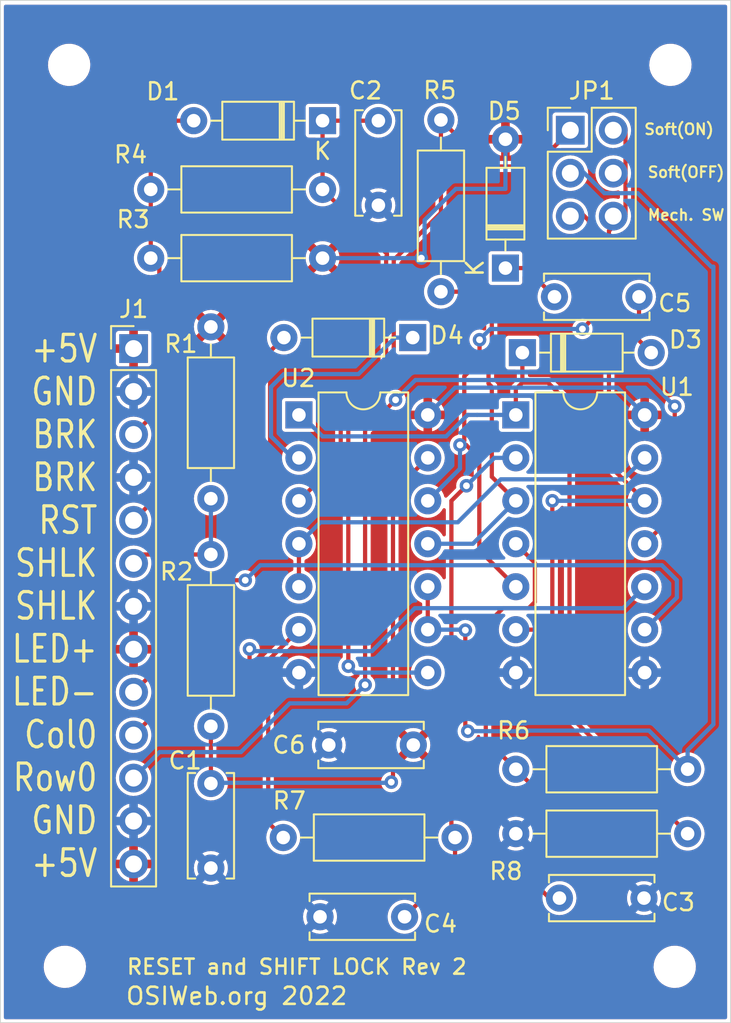
<source format=kicad_pcb>
(kicad_pcb (version 20211014) (generator pcbnew)
  (title_block (title "RESET and SHIFT LOCK") (date "2022-04-07") (rev "2") (company "OSIWeb.org"))
  (layers (0 "F.Cu" signal) (31 "B.Cu" signal) (34 "B.Paste" user) (35 "F.Paste" user) (36 "B.SilkS" user "B.Silkscreen") (37 "F.SilkS" user "F.Silkscreen") (38 "B.Mask" user) (39 "F.Mask" user) (44 "Edge.Cuts" user))
  (net 0 "")
  (net 1 "GND")
  (net 2 "/Break1")
  (net 3 "Row0")
  (net 4 "Net-(JP1-Pad3)")
  (net 5 "ShiftLockLED-")
  (net 6 "/ShiftLock1")
  (net 7 "ShifLockLED+")
  (net 8 "~{RESET}")
  (net 9 "Col0")
  (net 10 "Net-(C1-Pad2)")
  (net 11 "Net-(C2-Pad1)")
  (net 12 "Net-(C3-Pad2)")
  (net 13 "Net-(C4-Pad1)")
  (net 14 "Net-(R5-Pad1)")
  (net 15 "Net-(R7-Pad2)")
  (net 16 "Net-(C5-Pad2)")
  (net 17 "Net-(D3-Pad1)")
  (net 18 "Net-(JP1-Pad2)")
  (net 19 "Net-(JP1-Pad1)")
  (net 20 "Net-(U1-Pad13)")
  (net 21 "Net-(D4-Pad1)")
  (net 22 "Net-(C5-Pad1)")
  (net 23 "Net-(JP1-Pad5)")
  (footprint "Capacitor_THT:C_Disc_D6.0mm_W2.5mm_P5.00mm" (layer "F.Cu") (at 119.126 89.662 90)
    (fp_text reference "C1" (at 6.35 -1.524 180) (layer "F.SilkS"))
    (fp_text value "0.33uF")
    (fp_line (start 5.62 -1.37) (end 5.62 -0.925) (layer "F.SilkS") (width 0.12))
    (fp_line (start 5.62 0.925) (end 5.62 1.37) (layer "F.SilkS") (width 0.12))
    (fp_line (start -0.62 -1.37) (end 5.62 -1.37) (layer "F.SilkS") (width 0.12))
    (fp_line (start -0.62 -1.37) (end -0.62 -0.925) (layer "F.SilkS") (width 0.12))
    (fp_line (start -0.62 0.925) (end -0.62 1.37) (layer "F.SilkS") (width 0.12))
    (fp_line (start -0.62 1.37) (end 5.62 1.37) (layer "F.SilkS") (width 0.12))
    (pad "1" thru_hole circle (at 0 0 90) (size 1.6 1.6) (drill 0.8) (layers *.Cu *.Mask) (net 1 "GND"))
    (pad "2" thru_hole circle (at 5 0 90) (size 1.6 1.6) (drill 0.8) (layers *.Cu *.Mask) (net 10 "Net-(C1-Pad2)"))
  )
  (footprint "Capacitor_THT:C_Disc_D6.0mm_W2.5mm_P5.00mm" (layer "F.Cu") (at 144.74 91.44 180)
    (fp_text reference "C3" (at -2.032 -0.254) (layer "F.SilkS"))
    (fp_text value "0.1uF")
    (fp_line (start -0.62 -1.37) (end 5.62 -1.37) (layer "F.SilkS") (width 0.12))
    (fp_line (start 5.62 -1.37) (end 5.62 -0.925) (layer "F.SilkS") (width 0.12))
    (fp_line (start -0.62 1.37) (end 5.62 1.37) (layer "F.SilkS") (width 0.12))
    (fp_line (start -0.62 0.925) (end -0.62 1.37) (layer "F.SilkS") (width 0.12))
    (fp_line (start -0.62 -1.37) (end -0.62 -0.925) (layer "F.SilkS") (width 0.12))
    (fp_line (start 5.62 0.925) (end 5.62 1.37) (layer "F.SilkS") (width 0.12))
    (pad "1" thru_hole circle (at 0 0 180) (size 1.6 1.6) (drill 0.8) (layers *.Cu *.Mask) (net 1 "GND"))
    (pad "2" thru_hole circle (at 5 0 180) (size 1.6 1.6) (drill 0.8) (layers *.Cu *.Mask) (net 12 "Net-(C3-Pad2)"))
  )
  (footprint "Capacitor_THT:C_Disc_D6.0mm_W2.5mm_P5.00mm" (layer "F.Cu") (at 130.5814 92.5449 180)
    (fp_text reference "C4" (at -2.1209 -0.4191) (layer "F.SilkS"))
    (fp_text value "0.1uF" hide)
    (fp_line (start -0.62 -1.37) (end -0.62 -0.925) (layer "F.SilkS") (width 0.12))
    (fp_line (start 5.62 0.925) (end 5.62 1.37) (layer "F.SilkS") (width 0.12))
    (fp_line (start -0.62 0.925) (end -0.62 1.37) (layer "F.SilkS") (width 0.12))
    (fp_line (start 5.62 -1.37) (end 5.62 -0.925) (layer "F.SilkS") (width 0.12))
    (fp_line (start -0.62 1.37) (end 5.62 1.37) (layer "F.SilkS") (width 0.12))
    (fp_line (start -0.62 -1.37) (end 5.62 -1.37) (layer "F.SilkS") (width 0.12))
    (pad "1" thru_hole circle (at 0 0 180) (size 1.6 1.6) (drill 0.8) (layers *.Cu *.Mask) (net 13 "Net-(C4-Pad1)"))
    (pad "2" thru_hole circle (at 5 0 180) (size 1.6 1.6) (drill 0.8) (layers *.Cu *.Mask) (net 1 "GND"))
  )
  (footprint "Diode_THT:D_DO-35_SOD27_P7.62mm_Horizontal" (layer "F.Cu") (at 125.73 45.466 180)
    (fp_text reference "D1" (at 9.4488 1.7272) (layer "F.SilkS"))
    (fp_text value "1N914")
    (fp_text user "K" (at 0 -1.8) (layer "F.SilkS"))
    (fp_line (start 1.04 0) (end 1.69 0) (layer "F.SilkS") (width 0.12))
    (fp_line (start 5.93 -1.12) (end 1.69 -1.12) (layer "F.SilkS") (width 0.12))
    (fp_line (start 5.93 1.12) (end 5.93 -1.12) (layer "F.SilkS") (width 0.12))
    (fp_line (start 2.29 -1.12) (end 2.29 1.12) (layer "F.SilkS") (width 0.12))
    (fp_line (start 1.69 -1.12) (end 1.69 1.12) (layer "F.SilkS") (width 0.12))
    (fp_line (start 2.41 -1.12) (end 2.41 1.12) (layer "F.SilkS") (width 0.12))
    (fp_line (start 1.69 1.12) (end 5.93 1.12) (layer "F.SilkS") (width 0.12))
    (fp_line (start 2.53 -1.12) (end 2.53 1.12) (layer "F.SilkS") (width 0.12))
    (fp_line (start 6.58 0) (end 5.93 0) (layer "F.SilkS") (width 0.12))
    (pad "1" thru_hole rect (at 0 0 180) (size 1.6 1.6) (drill 0.8) (layers *.Cu *.Mask) (net 11 "Net-(C2-Pad1)"))
    (pad "2" thru_hole oval (at 7.62 0 180) (size 1.6 1.6) (drill 0.8) (layers *.Cu *.Mask) (net 2 "/Break1"))
  )
  (footprint "Resistor_THT:R_Axial_DIN0207_L6.3mm_D2.5mm_P10.16mm_Horizontal" (layer "F.Cu") (at 137.16 83.82)
    (fp_text reference "R6" (at -0.127 -2.286) (layer "F.SilkS"))
    (fp_text value "100k")
    (fp_line (start 1.04 0) (end 1.81 0) (layer "F.SilkS") (width 0.12))
    (fp_line (start 8.35 1.37) (end 8.35 -1.37) (layer "F.SilkS") (width 0.12))
    (fp_line (start 8.35 -1.37) (end 1.81 -1.37) (layer "F.SilkS") (width 0.12))
    (fp_line (start 9.12 0) (end 8.35 0) (layer "F.SilkS") (width 0.12))
    (fp_line (start 1.81 -1.37) (end 1.81 1.37) (layer "F.SilkS") (width 0.12))
    (fp_line (start 1.81 1.37) (end 8.35 1.37) (layer "F.SilkS") (width 0.12))
    (pad "1" thru_hole circle (at 0 0) (size 1.6 1.6) (drill 0.8) (layers *.Cu *.Mask) (net 12 "Net-(C3-Pad2)"))
    (pad "2" thru_hole oval (at 10.16 0) (size 1.6 1.6) (drill 0.8) (layers *.Cu *.Mask) (net 4 "Net-(JP1-Pad3)"))
  )
  (footprint "Resistor_THT:R_Axial_DIN0207_L6.3mm_D2.5mm_P10.16mm_Horizontal" (layer "F.Cu") (at 133.5659 87.8586 180)
    (fp_text reference "R7" (at 9.8044 2.1717) (layer "F.SilkS"))
    (fp_text value "1k")
    (fp_line (start 1.81 1.37) (end 8.35 1.37) (layer "F.SilkS") (width 0.12))
    (fp_line (start 1.04 0) (end 1.81 0) (layer "F.SilkS") (width 0.12))
    (fp_line (start 8.35 1.37) (end 8.35 -1.37) (layer "F.SilkS") (width 0.12))
    (fp_line (start 1.81 -1.37) (end 1.81 1.37) (layer "F.SilkS") (width 0.12))
    (fp_line (start 8.35 -1.37) (end 1.81 -1.37) (layer "F.SilkS") (width 0.12))
    (fp_line (start 9.12 0) (end 8.35 0) (layer "F.SilkS") (width 0.12))
    (pad "1" thru_hole circle (at 0 0 180) (size 1.6 1.6) (drill 0.8) (layers *.Cu *.Mask) (net 13 "Net-(C4-Pad1)"))
    (pad "2" thru_hole oval (at 10.16 0 180) (size 1.6 1.6) (drill 0.8) (layers *.Cu *.Mask) (net 15 "Net-(R7-Pad2)"))
  )
  (footprint "Resistor_THT:R_Axial_DIN0207_L6.3mm_D2.5mm_P10.16mm_Horizontal" (layer "F.Cu") (at 137.16 87.63)
    (fp_text reference "R8" (at -0.5842 2.2225) (layer "F.SilkS"))
    (fp_text value "1K")
    (fp_line (start 8.35 -1.37) (end 1.81 -1.37) (layer "F.SilkS") (width 0.12))
    (fp_line (start 8.35 1.37) (end 8.35 -1.37) (layer "F.SilkS") (width 0.12))
    (fp_line (start 1.81 1.37) (end 8.35 1.37) (layer "F.SilkS") (width 0.12))
    (fp_line (start 1.04 0) (end 1.81 0) (layer "F.SilkS") (width 0.12))
    (fp_line (start 1.81 -1.37) (end 1.81 1.37) (layer "F.SilkS") (width 0.12))
    (fp_line (start 9.12 0) (end 8.35 0) (layer "F.SilkS") (width 0.12))
    (pad "1" thru_hole circle (at 0 0) (size 1.6 1.6) (drill 0.8) (layers *.Cu *.Mask) (net 1 "GND"))
    (pad "2" thru_hole oval (at 10.16 0) (size 1.6 1.6) (drill 0.8) (layers *.Cu *.Mask) (net 17 "Net-(D3-Pad1)"))
  )
  (footprint "Package_DIP:DIP-14_W7.62mm" (layer "F.Cu") (at 137.16 62.865)
    (fp_text reference "U1" (at 9.525 -1.651) (layer "F.SilkS"))
    (fp_text value "4066")
    (fp_line (start 2.81 -1.33) (end 1.16 -1.33) (layer "F.SilkS") (width 0.12))
    (fp_line (start 1.16 -1.33) (end 1.16 16.57) (layer "F.SilkS") (width 0.12))
    (fp_line (start 1.16 16.57) (end 6.46 16.57) (layer "F.SilkS") (width 0.12))
    (fp_line (start 6.46 -1.33) (end 4.81 -1.33) (layer "F.SilkS") (width 0.12))
    (fp_line (start 6.46 16.57) (end 6.46 -1.33) (layer "F.SilkS") (width 0.12))
    (fp_arc (start 4.81 -1.33) (mid 3.81 -0.33) (end 2.81 -1.33) (layer "F.SilkS") (width 0.12))
    (pad "1" thru_hole rect (at 0 0) (size 1.6 1.6) (drill 0.8) (layers *.Cu *.Mask) (net 17 "Net-(D3-Pad1)"))
    (pad "2" thru_hole oval (at 0 2.54) (size 1.6 1.6) (drill 0.8) (layers *.Cu *.Mask) (net 13 "Net-(C4-Pad1)"))
    (pad "3" thru_hole oval (at 0 5.08) (size 1.6 1.6) (drill 0.8) (layers *.Cu *.Mask) (net 14 "Net-(R5-Pad1)"))
    (pad "4" thru_hole oval (at 0 7.62) (size 1.6 1.6) (drill 0.8) (layers *.Cu *.Mask) (net 12 "Net-(C3-Pad2)"))
    (pad "5" thru_hole oval (at 0 10.16) (size 1.6 1.6) (drill 0.8) (layers *.Cu *.Mask) (net 23 "Net-(JP1-Pad5)"))
    (pad "6" thru_hole oval (at 0 12.7) (size 1.6 1.6) (drill 0.8) (layers *.Cu *.Mask) (net 18 "Net-(JP1-Pad2)"))
    (pad "7" thru_hole oval (at 0 15.24) (size 1.6 1.6) (drill 0.8) (layers *.Cu *.Mask) (net 1 "GND"))
    (pad "8" thru_hole oval (at 7.62 15.24) (size 1.6 1.6) (drill 0.8) (layers *.Cu *.Mask) (net 1 "GND"))
    (pad "9" thru_hole oval (at 7.62 12.7) (size 1.6 1.6) (drill 0.8) (layers *.Cu *.Mask) (net 5 "ShiftLockLED-"))
    (pad "10" thru_hole oval (at 7.62 10.16) (size 1.6 1.6) (drill 0.8) (layers *.Cu *.Mask) (net 9 "Col0"))
    (pad "11" thru_hole oval (at 7.62 7.62) (size 1.6 1.6) (drill 0.8) (layers *.Cu *.Mask) (net 3 "Row0"))
    (pad "12" thru_hole oval (at 7.62 5.08) (size 1.6 1.6) (drill 0.8) (layers *.Cu *.Mask) (net 18 "Net-(JP1-Pad2)"))
    (pad "13" thru_hole oval (at 7.62 2.54) (size 1.6 1.6) (drill 0.8) (layers *.Cu *.Mask) (net 20 "Net-(U1-Pad13)"))
    (pad "14" thru_hole oval (at 7.62 0) (size 1.6 1.6) (drill 0.8) (layers *.Cu *.Mask) (net 7 "ShifLockLED+"))
  )
  (footprint "Capacitor_THT:C_Disc_D6.0mm_W2.5mm_P5.00mm" (layer "F.Cu") (at 129.032 45.466 -90)
    (fp_text reference "C2" (at -1.778 0.762 180) (layer "F.SilkS"))
    (fp_text value "6.8uF")
    (fp_line (start -0.62 0.925) (end -0.62 1.37) (layer "F.SilkS") (width 0.12))
    (fp_line (start -0.62 1.37) (end 5.62 1.37) (layer "F.SilkS") (width 0.12))
    (fp_line (start 5.62 -1.37) (end 5.62 -0.925) (layer "F.SilkS") (width 0.12))
    (fp_line (start -0.62 -1.37) (end -0.62 -0.925) (layer "F.SilkS") (width 0.12))
    (fp_line (start 5.62 0.925) (end 5.62 1.37) (layer "F.SilkS") (width 0.12))
    (fp_line (start -0.62 -1.37) (end 5.62 -1.37) (layer "F.SilkS") (width 0.12))
    (pad "1" thru_hole circle (at 0 0 270) (size 1.6 1.6) (drill 0.8) (layers *.Cu *.Mask) (net 11 "Net-(C2-Pad1)"))
    (pad "2" thru_hole circle (at 5 0 270) (size 1.6 1.6) (drill 0.8) (layers *.Cu *.Mask) (net 1 "GND"))
  )
  (footprint "Resistor_THT:R_Axial_DIN0207_L6.3mm_D2.5mm_P10.16mm_Horizontal" (layer "F.Cu") (at 119.126 57.658 -90)
    (fp_text reference "R1" (at 1.016 1.778 -180) (layer "F.SilkS"))
    (fp_text value "1k")
    (fp_line (start 1.04 0) (end 1.81 0) (layer "F.SilkS") (width 0.12))
    (fp_line (start 8.35 1.37) (end 8.35 -1.37) (layer "F.SilkS") (width 0.12))
    (fp_line (start 1.81 -1.37) (end 1.81 1.37) (layer "F.SilkS") (width 0.12))
    (fp_line (start 8.35 -1.37) (end 1.81 -1.37) (layer "F.SilkS") (width 0.12))
    (fp_line (start 1.81 1.37) (end 8.35 1.37) (layer "F.SilkS") (width 0.12))
    (fp_line (start 9.12 0) (end 8.35 0) (layer "F.SilkS") (width 0.12))
    (pad "1" thru_hole circle (at 0 0 270) (size 1.6 1.6) (drill 0.8) (layers *.Cu *.Mask) (net 7 "ShifLockLED+"))
    (pad "2" thru_hole oval (at 10.16 0 270) (size 1.6 1.6) (drill 0.8) (layers *.Cu *.Mask) (net 6 "/ShiftLock1"))
  )
  (footprint "Resistor_THT:R_Axial_DIN0207_L6.3mm_D2.5mm_P10.16mm_Horizontal" (layer "F.Cu") (at 119.126 71.12 -90)
    (fp_text reference "R2" (at 1.016 2.032 180) (layer "F.SilkS"))
    (fp_text value "100k")
    (fp_line (start 9.12 0) (end 8.35 0) (layer "F.SilkS") (width 0.12))
    (fp_line (start 8.35 -1.37) (end 1.81 -1.37) (layer "F.SilkS") (width 0.12))
    (fp_line (start 1.81 -1.37) (end 1.81 1.37) (layer "F.SilkS") (width 0.12))
    (fp_line (start 1.04 0) (end 1.81 0) (layer "F.SilkS") (width 0.12))
    (fp_line (start 1.81 1.37) (end 8.35 1.37) (layer "F.SilkS") (width 0.12))
    (fp_line (start 8.35 1.37) (end 8.35 -1.37) (layer "F.SilkS") (width 0.12))
    (pad "1" thru_hole circle (at 0 0 270) (size 1.6 1.6) (drill 0.8) (layers *.Cu *.Mask) (net 6 "/ShiftLock1"))
    (pad "2" thru_hole oval (at 10.16 0 270) (size 1.6 1.6) (drill 0.8) (layers *.Cu *.Mask) (net 10 "Net-(C1-Pad2)"))
  )
  (footprint "Diode_THT:D_DO-35_SOD27_P7.62mm_Horizontal" (layer "F.Cu") (at 137.547712 59.182)
    (fp_text reference "D3" (at 9.645288 -0.762) (layer "F.SilkS"))
    (fp_text value "1N914")
    (fp_line (start 5.93 1.12) (end 5.93 -1.12) (layer "F.SilkS") (width 0.12))
    (fp_line (start 1.04 0) (end 1.69 0) (layer "F.SilkS") (width 0.12))
    (fp_line (start 2.41 -1.12) (end 2.41 1.12) (layer "F.SilkS") (width 0.12))
    (fp_line (start 1.69 1.12) (end 5.93 1.12) (layer "F.SilkS") (width 0.12))
    (fp_line (start 6.58 0) (end 5.93 0) (layer "F.SilkS") (width 0.12))
    (fp_line (start 5.93 -1.12) (end 1.69 -1.12) (layer "F.SilkS") (width 0.12))
    (fp_line (start 2.29 -1.12) (end 2.29 1.12) (layer "F.SilkS") (width 0.12))
    (fp_line (start 2.53 -1.12) (end 2.53 1.12) (layer "F.SilkS") (width 0.12))
    (fp_line (start 1.69 -1.12) (end 1.69 1.12) (layer "F.SilkS") (width 0.12))
    (pad "1" thru_hole rect (at 0 0) (size 1.6 1.6) (drill 0.8) (layers *.Cu *.Mask) (net 17 "Net-(D3-Pad1)"))
    (pad "2" thru_hole oval (at 7.62 0) (size 1.6 1.6) (drill 0.8) (layers *.Cu *.Mask) (net 16 "Net-(C5-Pad2)"))
  )
  (footprint "Capacitor_THT:C_Disc_D6.0mm_W2.5mm_P5.00mm" (layer "F.Cu") (at 139.446 55.88)
    (fp_text reference "C5" (at 7.112 0.381) (layer "F.SilkS"))
    (fp_text value "0.33uF")
    (fp_line (start -0.62 1.37) (end 5.62 1.37) (layer "F.SilkS") (width 0.12))
    (fp_line (start -0.62 -1.37) (end -0.62 -0.925) (layer "F.SilkS") (width 0.12))
    (fp_line (start 5.62 0.925) (end 5.62 1.37) (layer "F.SilkS") (width 0.12))
    (fp_line (start -0.62 0.925) (end -0.62 1.37) (layer "F.SilkS") (width 0.12))
    (fp_line (start -0.62 -1.37) (end 5.62 -1.37) (layer "F.SilkS") (width 0.12))
    (fp_line (start 5.62 -1.37) (end 5.62 -0.925) (layer "F.SilkS") (width 0.12))
    (pad "1" thru_hole circle (at 0 0) (size 1.6 1.6) (drill 0.8) (layers *.Cu *.Mask) (net 22 "Net-(C5-Pad1)"))
    (pad "2" thru_hole circle (at 5 0) (size 1.6 1.6) (drill 0.8) (layers *.Cu *.Mask) (net 16 "Net-(C5-Pad2)"))
  )
  (footprint "Resistor_THT:R_Axial_DIN0207_L6.3mm_D2.5mm_P10.16mm_Horizontal" (layer "F.Cu") (at 115.57 49.53)
    (fp_text reference "R4" (at -1.1938 -2.0574) (layer "F.SilkS"))
    (fp_text value "1M")
    (fp_line (start 1.81 -1.37) (end 1.81 1.37) (layer "F.SilkS") (width 0.12))
    (fp_line (start 1.81 1.37) (end 8.35 1.37) (layer "F.SilkS") (width 0.12))
    (fp_line (start 8.35 1.37) (end 8.35 -1.37) (layer "F.SilkS") (width 0.12))
    (fp_line (start 8.35 -1.37) (end 1.81 -1.37) (layer "F.SilkS") (width 0.12))
    (fp_line (start 1.04 0) (end 1.81 0) (layer "F.SilkS") (width 0.12))
    (fp_line (start 9.12 0) (end 8.35 0) (layer "F.SilkS") (width 0.12))
    (pad "1" thru_hole circle (at 0 0) (size 1.6 1.6) (drill 0.8) (layers *.Cu *.Mask) (net 2 "/Break1"))
    (pad "2" thru_hole oval (at 10.16 0) (size 1.6 1.6) (drill 0.8) (layers *.Cu *.Mask) (net 11 "Net-(C2-Pad1)"))
  )
  (footprint "Diode_THT:D_DO-35_SOD27_P7.62mm_Horizontal" (layer "F.Cu") (at 131.064 58.293 180)
    (fp_text reference "D4" (at -2.032 0.127) (layer "F.SilkS"))
    (fp_text value "1N914")
    (fp_line (start 6.58 0) (end 5.93 0) (layer "F.SilkS") (width 0.12))
    (fp_line (start 1.69 -1.12) (end 1.69 1.12) (layer "F.SilkS") (width 0.12))
    (fp_line (start 5.93 1.12) (end 5.93 -1.12) (layer "F.SilkS") (width 0.12))
    (fp_line (start 5.93 -1.12) (end 1.69 -1.12) (layer "F.SilkS") (width 0.12))
    (fp_line (start 1.04 0) (end 1.69 0) (layer "F.SilkS") (width 0.12))
    (fp_line (start 1.69 1.12) (end 5.93 1.12) (layer "F.SilkS") (width 0.12))
    (fp_line (start 2.41 -1.12) (end 2.41 1.12) (layer "F.SilkS") (width 0.12))
    (fp_line (start 2.53 -1.12) (end 2.53 1.12) (layer "F.SilkS") (width 0.12))
    (fp_line (start 2.29 -1.12) (end 2.29 1.12) (layer "F.SilkS") (width 0.12))
    (pad "1" thru_hole rect (at 0 0 180) (size 1.6 1.6) (drill 0.8) (layers *.Cu *.Mask) (net 21 "Net-(D4-Pad1)"))
    (pad "2" thru_hole oval (at 7.62 0 180) (size 1.6 1.6) (drill 0.8) (layers *.Cu *.Mask) (net 8 "~{RESET}"))
  )
  (footprint "Resistor_THT:R_Axial_DIN0207_L6.3mm_D2.5mm_P10.16mm_Horizontal" (layer "F.Cu") (at 125.73 53.594 180)
    (fp_text reference "R3" (at 11.2014 2.286) (layer "F.SilkS"))
    (fp_text value "1k")
    (fp_line (start 1.81 1.37) (end 8.35 1.37) (layer "F.SilkS") (width 0.12))
    (fp_line (start 9.12 0) (end 8.35 0) (layer "F.SilkS") (width 0.12))
    (fp_line (start 8.35 1.37) (end 8.35 -1.37) (layer "F.SilkS") (width 0.12))
    (fp_line (start 8.35 -1.37) (end 1.81 -1.37) (layer "F.SilkS") (width 0.12))
    (fp_line (start 1.81 -1.37) (end 1.81 1.37) (layer "F.SilkS") (width 0.12))
    (fp_line (start 1.04 0) (end 1.81 0) (layer "F.SilkS") (width 0.12))
    (pad "1" thru_hole circle (at 0 0 180) (size 1.6 1.6) (drill 0.8) (layers *.Cu *.Mask) (net 7 "ShifLockLED+"))
    (pad "2" thru_hole oval (at 10.16 0 180) (size 1.6 1.6) (drill 0.8) (layers *.Cu *.Mask) (net 2 "/Break1"))
  )
  (footprint "Capacitor_THT:C_Disc_D6.0mm_W2.5mm_P5.00mm" (layer "F.Cu") (at 126.0983 82.3849)
    (fp_text reference "C6" (at -2.3622 0) (layer "F.SilkS"))
    (fp_text value "0.1uF")
    (fp_line (start 5.62 -1.37) (end 5.62 -0.925) (layer "F.SilkS") (width 0.12))
    (fp_line (start -0.62 -1.37) (end -0.62 -0.925) (layer "F.SilkS") (width 0.12))
    (fp_line (start 5.62 0.925) (end 5.62 1.37) (layer "F.SilkS") (width 0.12))
    (fp_line (start -0.62 1.37) (end 5.62 1.37) (layer "F.SilkS") (width 0.12))
    (fp_line (start -0.62 0.925) (end -0.62 1.37) (layer "F.SilkS") (width 0.12))
    (fp_line (start -0.62 -1.37) (end 5.62 -1.37) (layer "F.SilkS") (width 0.12))
    (pad "1" thru_hole circle (at 0 0) (size 1.6 1.6) (drill 0.8) (layers *.Cu *.Mask) (net 1 "GND"))
    (pad "2" thru_hole circle (at 5 0) (size 1.6 1.6) (drill 0.8) (layers *.Cu *.Mask) (net 7 "ShifLockLED+"))
  )
  (footprint "Package_DIP:DIP-14_W7.62mm" (layer "F.Cu") (at 124.333 62.865)
    (fp_text reference "U2" (at -0.0381 -2.1717) (layer "F.SilkS"))
    (fp_text value "74HC14")
    (fp_line (start 6.46 16.57) (end 6.46 -1.33) (layer "F.SilkS") (width 0.12))
    (fp_line (start 1.16 -1.33) (end 1.16 16.57) (layer "F.SilkS") (width 0.12))
    (fp_line (start 1.16 16.57) (end 6.46 16.57) (layer "F.SilkS") (width 0.12))
    (fp_line (start 2.81 -1.33) (end 1.16 -1.33) (layer "F.SilkS") (width 0.12))
    (fp_line (start 6.46 -1.33) (end 4.81 -1.33) (layer "F.SilkS") (width 0.12))
    (fp_arc (start 4.81 -1.33) (mid 3.81 -0.33) (end 2.81 -1.33) (layer "F.SilkS") (width 0.12))
    (pad "1" thru_hole rect (at 0 0) (size 1.6 1.6) (drill 0.8) (layers *.Cu *.Mask) (net 17 "Net-(D3-Pad1)"))
    (pad "2" thru_hole oval (at 0 2.54) (size 1.6 1.6) (drill 0.8) (layers *.Cu *.Mask) (net 21 "Net-(D4-Pad1)"))
    (pad "3" thru_hole oval (at 0 5.08) (size 1.6 1.6) (drill 0.8) (layers *.Cu *.Mask) (net 11 "Net-(C2-Pad1)"))
    (pad "4" thru_hole oval (at 0 7.62) (size 1.6 1.6) (drill 0.8) (layers *.Cu *.Mask) (net 20 "Net-(U1-Pad13)"))
    (pad "5" thru_hole oval (at 0 10.16) (size 1.6 1.6) (drill 0.8) (layers *.Cu *.Mask) (net 20 "Net-(U1-Pad13)"))
    (pad "6" thru_hole oval (at 0 12.7) (size 1.6 1.6) (drill 0.8) (layers *.Cu *.Mask) (net 15 "Net-(R7-Pad2)"))
    (pad "7" thru_hole oval (at 0 15.24) (size 1.6 1.6) (drill 0.8) (layers *.Cu *.Mask) (net 1 "GND"))
    (pad "8" thru_hole oval (at 7.62 15.24) (size 1.6 1.6) (drill 0.8) (layers *.Cu *.Mask) (net 19 "Net-(JP1-Pad1)"))
    (pad "9" thru_hole oval (at 7.62 12.7) (size 1.6 1.6) (drill 0.8) (layers *.Cu *.Mask) (net 4 "Net-(JP1-Pad3)"))
    (pad "10" thru_hole oval (at 7.62 10.16) (size 1.6 1.6) (drill 0.8) (layers *.Cu *.Mask) (net 4 "Net-(JP1-Pad3)"))
    (pad "11" thru_hole oval (at 7.62 7.62) (size 1.6 1.6) (drill 0.8) (layers *.Cu *.Mask) (net 14 "Net-(R5-Pad1)"))
    (pad "12" thru_hole oval (at 7.62 5.08) (size 1.6 1.6) (drill 0.8) (layers *.Cu *.Mask) (net 23 "Net-(JP1-Pad5)"))
    (pad "13" thru_hole oval (at 7.62 2.54) (size 1.6 1.6) (drill 0.8) (layers *.Cu *.Mask) (net 10 "Net-(C1-Pad2)"))
    (pad "14" thru_hole oval (at 7.62 0) (size 1.6 1.6) (drill 0.8) (layers *.Cu *.Mask) (net 7 "ShifLockLED+"))
  )
  (footprint "Resistor_THT:R_Axial_DIN0207_L6.3mm_D2.5mm_P10.16mm_Horizontal" (layer "F.Cu") (at 132.73024 55.58028 90)
    (fp_text reference "R5" (at 11.90752 -0.06604 180) (layer "F.SilkS"))
    (fp_text value "10k")
    (fp_line (start 1.04 0) (end 1.81 0) (layer "F.SilkS") (width 0.12))
    (fp_line (start 9.12 0) (end 8.35 0) (layer "F.SilkS") (width 0.12))
    (fp_line (start 8.35 -1.37) (end 1.81 -1.37) (layer "F.SilkS") (width 0.12))
    (fp_line (start 1.81 1.37) (end 8.35 1.37) (layer "F.SilkS") (width 0.12))
    (fp_line (start 8.35 1.37) (end 8.35 -1.37) (layer "F.SilkS") (width 0.12))
    (fp_line (start 1.81 -1.37) (end 1.81 1.37) (layer "F.SilkS") (width 0.12))
    (pad "1" thru_hole circle (at 0 0 90) (size 1.6 1.6) (drill 0.8) (layers *.Cu *.Mask) (net 14 "Net-(R5-Pad1)"))
    (pad "2" thru_hole oval (at 10.16 0 90) (size 1.6 1.6) (drill 0.8) (layers *.Cu *.Mask) (net 19 "Net-(JP1-Pad1)"))
  )
  (footprint "Connector_PinHeader_2.54mm:PinHeader_2x03_P2.54mm_Vertical" (layer "F.Cu") (at 140.38072 46.02988)
    (fp_text reference "JP1" (at 1.27 -2.33) (layer "F.SilkS"))
    (fp_text value "ShiftLock_Select")
    (fp_line (start -1.33 -1.33) (end 0 -1.33) (layer "F.SilkS") (width 0.12))
    (fp_line (start -1.33 1.27) (end 1.27 1.27) (layer "F.SilkS") (width 0.12))
    (fp_line (start -1.33 6.41) (end 3.87 6.41) (layer "F.SilkS") (width 0.12))
    (fp_line (start 3.87 -1.33) (end 3.87 6.41) (layer "F.SilkS") (width 0.12))
    (fp_line (start 1.27 -1.33) (end 3.87 -1.33) (layer "F.SilkS") (width 0.12))
    (fp_line (start -1.33 0) (end -1.33 -1.33) (layer "F.SilkS") (width 0.12))
    (fp_line (start 1.27 1.27) (end 1.27 -1.33) (layer "F.SilkS") (width 0.12))
    (fp_line (start -1.33 1.27) (end -1.33 6.41) (layer "F.SilkS") (width 0.12))
    (pad "1" thru_hole rect (at 0 0) (size 1.7 1.7) (drill 1) (layers *.Cu *.Mask) (net 19 "Net-(JP1-Pad1)"))
    (pad "2" thru_hole oval (at 2.54 0) (size 1.7 1.7) (drill 1) (layers *.Cu *.Mask) (net 18 "Net-(JP1-Pad2)"))
    (pad "3" thru_hole oval (at 0 2.54) (size 1.7 1.7) (drill 1) (layers *.Cu *.Mask) (net 4 "Net-(JP1-Pad3)"))
    (pad "4" thru_hole oval (at 2.54 2.54) (size 1.7 1.7) (drill 1) (layers *.Cu *.Mask) (net 18 "Net-(JP1-Pad2)"))
    (pad "5" thru_hole oval (at 0 5.08) (size 1.7 1.7) (drill 1) (layers *.Cu *.Mask) (net 23 "Net-(JP1-Pad5)"))
    (pad "6" thru_hole oval (at 2.54 5.08) (size 1.7 1.7) (drill 1) (layers *.Cu *.Mask) (net 18 "Net-(JP1-Pad2)"))
  )
  (footprint "Diode_THT:D_DO-35_SOD27_P7.62mm_Horizontal" (layer "F.Cu") (at 136.54532 54.18328 90)
    (fp_text reference "D5" (at 9.28116 -0.07112 180) (layer "F.SilkS"))
    (fp_text value "1N914")
    (fp_text user "K" (at 0 -1.8 90) (layer "F.SilkS"))
    (fp_line (start 1.04 0) (end 1.69 0) (layer "F.SilkS") (width 0.12))
    (fp_line (start 6.58 0) (end 5.93 0) (layer "F.SilkS") (width 0.12))
    (fp_line (start 2.53 -1.12) (end 2.53 1.12) (layer "F.SilkS") (width 0.12))
    (fp_line (start 5.93 -1.12) (end 1.69 -1.12) (layer "F.SilkS") (width 0.12))
    (fp_line (start 2.41 -1.12) (end 2.41 1.12) (layer "F.SilkS") (width 0.12))
    (fp_line (start 1.69 1.12) (end 5.93 1.12) (layer "F.SilkS") (width 0.12))
    (fp_line (start 5.93 1.12) (end 5.93 -1.12) (layer "F.SilkS") (width 0.12))
    (fp_line (start 1.69 -1.12) (end 1.69 1.12) (layer "F.SilkS") (width 0.12))
    (fp_line (start 2.29 -1.12) (end 2.29 1.12) (layer "F.SilkS") (width 0.12))
    (pad "1" thru_hole rect (at 0 0 90) (size 1.6 1.6) (drill 0.8) (layers *.Cu *.Mask) (net 22 "Net-(C5-Pad1)"))
    (pad "2" thru_hole oval (at 7.62 0 90) (size 1.6 1.6) (drill 0.8) (layers *.Cu *.Mask) (net 7 "ShifLockLED+"))
  )
  (footprint "MountingHole:MountingHole_2mm" (layer "F.Cu") (at 110.744 42.164)
    (fp_text reference "REF**" hide)
    (fp_text value "MountingHole_2mm" hide)
    (pad "" np_thru_hole circle (at 0 0) (size 2 2) (drill 2) (layers *.Cu *.Mask))
  )
  (footprint "MountingHole:MountingHole_2mm" (layer "F.Cu") (at 110.49 95.504)
    (fp_text reference "REF**" hide)
    (fp_text value "MountingHole_2mm" hide)
    (pad "" np_thru_hole circle (at 0 0) (size 2 2) (drill 2) (layers *.Cu *.Mask))
  )
  (footprint "MountingHole:MountingHole_2mm" (layer "F.Cu") (at 146.304 42.164)
    (fp_text reference "REF**" hide)
    (fp_text value "MountingHole_2mm" hide)
    (pad "" np_thru_hole circle (at 0 0) (size 2 2) (drill 2) (layers *.Cu *.Mask))
  )
  (footprint "MountingHole:MountingHole_2mm" (layer "F.Cu") (at 146.558 95.504)
    (fp_text reference "REF**" hide)
    (fp_text value "MountingHole_2mm" hide)
    (pad "" np_thru_hole circle (at 0 0) (size 2 2) (drill 2) (layers *.Cu *.Mask))
  )
  (footprint "Connector_PinHeader_2.54mm:PinHeader_1x13_P2.54mm_Vertical" (layer "F.Cu") (at 114.554 58.943)
    (fp_text reference "J1" (at 0 -2.33) (layer "F.SilkS"))
    (fp_text value "Conn_01x13_Male")
    (fp_line (start -1.33 31.81) (end 1.33 31.81) (layer "F.SilkS") (width 0.12))
    (fp_line (start -1.33 0) (end -1.33 -1.33) (layer "F.SilkS") (width 0.12))
    (fp_line (start 1.33 1.27) (end 1.33 31.81) (layer "F.SilkS") (width 0.12))
    (fp_line (start -1.33 -1.33) (end 0 -1.33) (layer "F.SilkS") (width 0.12))
    (fp_line (start -1.33 1.27) (end -1.33 31.81) (layer "F.SilkS") (width 0.12))
    (fp_line (start -1.33 1.27) (end 1.33 1.27) (layer "F.SilkS") (width 0.12))
    (pad "1" thru_hole rect (at 0 0) (size 1.7 1.7) (drill 1) (layers *.Cu *.Mask) (net 7 "ShifLockLED+"))
    (pad "2" thru_hole oval (at 0 2.54) (size 1.7 1.7) (drill 1) (layers *.Cu *.Mask) (net 1 "GND"))
    (pad "3" thru_hole oval (at 0 5.08) (size 1.7 1.7) (drill 1) (layers *.Cu *.Mask) (net 2 "/Break1"))
    (pad "4" thru_hole oval (at 0 7.62) (size 1.7 1.7) (drill 1) (layers *.Cu *.Mask) (net 1 "GND"))
    (pad "5" thru_hole oval (at 0 10.16) (size 1.7 1.7) (drill 1) (layers *.Cu *.Mask) (net 8 "~{RESET}"))
    (pad "6" thru_hole oval (at 0 12.7) (size 1.7 1.7) (drill 1) (layers *.Cu *.Mask) (net 6 "/ShiftLock1"))
    (pad "7" thru_hole oval (at 0 15.24) (size 1.7 1.7) (drill 1) (layers *.Cu *.Mask) (net 1 "GND"))
    (pad "8" thru_hole oval (at 0 17.78) (size 1.7 1.7) (drill 1) (layers *.Cu *.Mask) (net 7 "ShifLockLED+"))
    (pad "9" thru_hole oval (at 0 20.32) (size 1.7 1.7) (drill 1) (layers *.Cu *.Mask) (net 5 "ShiftLockLED-"))
    (pad "10" thru_hole oval (at 0 22.86) (size 1.7 1.7) (drill 1) (layers *.Cu *.Mask) (net 9 "Col0"))
    (pad "11" thru_hole oval (at 0 25.4) (size 1.7 1.7) (drill 1) (layers *.Cu *.Mask) (net 3 "Row0"))
    (pad "12" thru_hole oval (at 0 27.94) (size 1.7 1.7) (drill 1) (layers *.Cu *.Mask) (net 1 "GND"))
    (pad "13" thru_hole oval (at 0 30.48) (size 1.7 1.7) (drill 1) (layers *.Cu *.Mask) (net 7 "ShifLockLED+"))
  )
  (gr_rect (start 149.86 98.806) (end 106.68 38.354) (layer "Edge.Cuts") (width 0.0508) (fill none))
  (gr_text "Soft(ON)" (at 146.812 45.974) (layer "F.SilkS") (effects (font (size 0.635 0.635) (thickness 0.127))))
  (gr_text "Soft(OFF)" (at 147.22856 48.514) (layer "F.SilkS") (effects (font (size 0.635 0.635) (thickness 0.127))))
  (gr_text "${COMPANY} 2022" (at 120.65 97.2312) (layer "F.SilkS") (effects (font (size 1.016 1.016) (thickness 0.1524))))
  (gr_text "+5V\nGND\nBRK\nBRK\nRST\nSHLK\nSHLK\nLED+\nLED-\nCol0\nRow0\nGND\n+5V" (at 112.522 74.168) (layer "F.SilkS") (effects (font (size 1.5748 1.27) (thickness 0.1905)) (justify right)))
  (gr_text "Mech. SW" (at 147.22856 51.04384) (layer "F.SilkS") (effects (font (size 0.635 0.635) (thickness 0.127))))
  (gr_text "${TITLE} Rev ${REVISION}" (at 124.206 95.504) (layer "F.SilkS") (effects (font (size 0.889 0.889) (thickness 0.1524))))
  (segment (start 116.078 54.102) (end 116.078 62.499) (width 0.25) (layer "F.Cu") (net 2))
  (segment (start 115.57 49.53) (end 115.57 46.99) (width 0.25) (layer "F.Cu") (net 2))
  (segment (start 115.57 53.594) (end 115.57 49.53) (width 0.25) (layer "F.Cu") (net 2))
  (segment (start 116.078 62.499) (end 114.554 64.023) (width 0.25) (layer "F.Cu") (net 2))
  (segment (start 115.57 46.99) (end 117.094 45.466) (width 0.25) (layer "F.Cu") (net 2))
  (segment (start 117.094 45.466) (end 118.11 45.466) (width 0.25) (layer "F.Cu") (net 2))
  (segment (start 115.57 53.594) (end 116.078 54.102) (width 0.25) (layer "F.Cu") (net 2))
  (segment (start 128.246598 63.777402) (end 128.246598 78.83001) (width 0.25) (layer "F.Cu") (net 3))
  (segment (start 146.558 68.707) (end 144.78 70.485) (width 0.25) (layer "F.Cu") (net 3))
  (segment (start 130.048 61.976) (end 128.246598 63.777402) (width 0.25) (layer "F.Cu") (net 3))
  (segment (start 146.558 62.357) (end 146.558 68.707) (width 0.25) (layer "F.Cu") (net 3))
  (via (at 130.048 61.976) (size 0.8) (drill 0.4) (layers "F.Cu" "B.Cu") (net 3))
  (via (at 128.246598 78.83001) (size 0.8) (drill 0.4) (layers "F.Cu" "B.Cu") (net 3))
  (via (at 146.558 62.357) (size 0.8) (drill 0.4) (layers "F.Cu" "B.Cu") (net 3))
  (segment (start 116.093 82.804) (end 114.554 84.343) (width 0.25) (layer "B.Cu") (net 3))
  (segment (start 120.904 82.804) (end 116.093 82.804) (width 0.25) (layer "B.Cu") (net 3))
  (segment (start 127.155609 79.920999) (end 123.787001 79.920999) (width 0.25) (layer "B.Cu") (net 3))
  (segment (start 128.246598 78.83001) (end 127.155609 79.920999) (width 0.25) (layer "B.Cu") (net 3))
  (segment (start 131.22148 60.80252) (end 145.00352 60.80252) (width 0.25) (layer "B.Cu") (net 3))
  (segment (start 123.787001 79.920999) (end 120.904 82.804) (width 0.25) (layer "B.Cu") (net 3))
  (segment (start 130.048 61.976) (end 131.22148 60.80252) (width 0.25) (layer "B.Cu") (net 3))
  (segment (start 145.00352 60.80252) (end 146.558 62.357) (width 0.25) (layer "B.Cu") (net 3))
  (segment (start 134.17296 81.42224) (end 134.32028 81.56956) (width 0.25) (layer "F.Cu") (net 4))
  (segment (start 131.953 73.025) (end 131.953 75.565) (width 0.25) (layer "F.Cu") (net 4))
  (segment (start 134.17296 75.59548) (end 134.17296 81.42224) (width 0.25) (layer "F.Cu") (net 4))
  (via (at 134.32028 81.56956) (size 0.8) (drill 0.4) (layers "F.Cu" "B.Cu") (net 4))
  (via (at 134.17296 75.59548) (size 0.8) (drill 0.4) (layers "F.Cu" "B.Cu") (net 4))
  (segment (start 145.034 81.534) (end 147.32 83.82) (width 0.25) (layer "B.Cu") (net 4))
  (segment (start 148.844 54.102) (end 148.717 54.102) (width 0.25) (layer "B.Cu") (net 4))
  (segment (start 147.32 83.82) (end 147.32 82.68863) (width 0.25) (layer "B.Cu") (net 4))
  (segment (start 137.922 81.534) (end 145.034 81.534) (width 0.25) (layer "B.Cu") (net 4))
  (segment (start 142.39748 49.75352) (end 141.10716 48.4632) (width 0.25) (layer "B.Cu") (net 4))
  (segment (start 144.36852 49.75352) (end 142.39748 49.75352) (width 0.25) (layer "B.Cu") (net 4))
  (segment (start 134.14248 75.565) (end 134.17296 75.59548) (width 0.25) (layer "B.Cu") (net 4))
  (segment (start 131.953 75.565) (end 134.14248 75.565) (width 0.25) (layer "B.Cu") (net 4))
  (segment (start 148.717 54.102) (end 144.36852 49.75352) (width 0.25) (layer "B.Cu") (net 4))
  (segment (start 134.32028 81.56956) (end 137.88644 81.56956) (width 0.25) (layer "B.Cu") (net 4))
  (segment (start 148.844 81.16463) (end 148.844 54.102) (width 0.25) (layer "B.Cu") (net 4))
  (segment (start 137.88644 81.56956) (end 137.922 81.534) (width 0.25) (layer "B.Cu") (net 4))
  (segment (start 147.32 82.68863) (end 148.844 81.16463) (width 0.25) (layer "B.Cu") (net 4))
  (segment (start 117.856 72.644) (end 116.586 73.914) (width 0.25) (layer "F.Cu") (net 5))
  (segment (start 116.586 73.914) (end 116.586 77.231) (width 0.25) (layer "F.Cu") (net 5))
  (segment (start 116.586 77.231) (end 114.554 79.263) (width 0.25) (layer "F.Cu") (net 5))
  (segment (start 121.158 72.644) (end 117.856 72.644) (width 0.25) (layer "F.Cu") (net 5))
  (via (at 121.158 72.644) (size 0.8) (drill 0.4) (layers "F.Cu" "B.Cu") (net 5))
  (segment (start 146.685 72.644) (end 146.685 73.66) (width 0.25) (layer "B.Cu") (net 5))
  (segment (start 145.796 71.755) (end 146.685 72.644) (width 0.25) (layer "B.Cu") (net 5))
  (segment (start 122.047 71.755) (end 145.796 71.755) (width 0.25) (layer "B.Cu") (net 5))
  (segment (start 146.685 73.66) (end 144.78 75.565) (width 0.25) (layer "B.Cu") (net 5))
  (segment (start 121.158 72.644) (end 122.047 71.755) (width 0.25) (layer "B.Cu") (net 5))
  (segment (start 115.077 71.12) (end 114.554 71.643) (width 0.25) (layer "F.Cu") (net 6))
  (segment (start 119.126 71.12) (end 115.077 71.12) (width 0.25) (layer "F.Cu") (net 6))
  (segment (start 119.126 67.818) (end 119.126 71.12) (width 0.25) (layer "B.Cu") (net 6))
  (segment (start 130.81 55.626) (end 132.842 57.658) (width 0.25) (layer "F.Cu") (net 7))
  (segment (start 130.81 54.356) (end 130.81 55.626) (width 0.25) (layer "F.Cu") (net 7))
  (segment (start 132.842 57.658) (end 132.842 61.976) (width 0.25) (layer "F.Cu") (net 7))
  (segment (start 131.572 53.594) (end 130.81 54.356) (width 0.25) (layer "F.Cu") (net 7))
  (segment (start 132.842 61.976) (end 131.953 62.865) (width 0.25) (layer "F.Cu") (net 7))
  (via (at 131.572 53.594) (size 0.8) (drill 0.4) (layers "F.Cu" "B.Cu") (net 7))
  (segment (start 133.60908 49.49952) (end 136.54532 49.49952) (width 0.25) (layer "B.Cu") (net 7))
  (segment (start 131.572 53.594) (end 131.76504 53.40096) (width 0.25) (layer "B.Cu") (net 7))
  (segment (start 133.565469 61.252531) (end 143.167531 61.252531) (width 0.25) (layer "B.Cu") (net 7))
  (segment (start 131.76504 53.40096) (end 131.76504 51.34356) (width 0.25) (layer "B.Cu") (net 7))
  (segment (start 136.54532 49.49952) (end 136.54532 46.56328) (width 0.25) (layer "B.Cu") (net 7))
  (segment (start 143.167531 61.252531) (end 144.78 62.865) (width 0.25) (layer "B.Cu") (net 7))
  (segment (start 131.953 62.865) (end 133.565469 61.252531) (width 0.25) (layer "B.Cu") (net 7))
  (segment (start 131.572 53.594) (end 125.73 53.594) (width 0.25) (layer "B.Cu") (net 7))
  (segment (start 131.76504 51.34356) (end 133.60908 49.49952) (width 0.25) (layer "B.Cu") (net 7))
  (segment (start 122.174 65.278) (end 121.158 66.294) (width 0.25) (layer "F.Cu") (net 8))
  (segment (start 121.158 66.294) (end 117.363 66.294) (width 0.25) (layer "F.Cu") (net 8))
  (segment (start 117.363 66.294) (end 114.554 69.103) (width 0.25) (layer "F.Cu") (net 8))
  (segment (start 123.444 58.293) (end 122.174 59.563) (width 0.25) (layer "F.Cu") (net 8))
  (segment (start 122.174 59.563) (end 122.174 65.278) (width 0.25) (layer "F.Cu") (net 8))
  (segment (start 121.412 76.708) (end 121.412 79.502) (width 0.25) (layer "F.Cu") (net 9))
  (segment (start 116.347 80.01) (end 114.554 81.803) (width 0.25) (layer "F.Cu") (net 9))
  (segment (start 121.412 79.502) (end 120.904 80.01) (width 0.25) (layer "F.Cu") (net 9))
  (segment (start 120.904 80.01) (end 116.347 80.01) (width 0.25) (layer "F.Cu") (net 9))
  (via (at 121.412 76.708) (size 0.8) (drill 0.4) (layers "F.Cu" "B.Cu") (net 9))
  (segment (start 121.412 76.835) (end 128.651 76.835) (width 0.25) (layer "B.Cu") (net 9))
  (segment (start 143.51 74.295) (end 144.78 73.025) (width 0.25) (layer "B.Cu") (net 9))
  (segment (start 128.651 76.835) (end 131.191 74.295) (width 0.25) (layer "B.Cu") (net 9))
  (segment (start 131.191 74.295) (end 143.51 74.295) (width 0.25) (layer "B.Cu") (net 9))
  (segment (start 121.412 76.835) (end 121.412 76.708) (width 0.25) (layer "B.Cu") (net 9))
  (segment (start 129.8956 67.4624) (end 131.953 65.405) (width 0.25) (layer "F.Cu") (net 10))
  (segment (start 119.126 84.662) (end 119.126 81.28) (width 0.25) (layer "F.Cu") (net 10))
  (segment (start 129.8956 84.4804) (end 129.8956 67.4624) (width 0.25) (layer "F.Cu") (net 10))
  (segment (start 129.794 84.582) (end 129.8956 84.4804) (width 0.25) (layer "F.Cu") (net 10))
  (via (at 129.794 84.582) (size 0.8) (drill 0.4) (layers "F.Cu" "B.Cu") (net 10))
  (segment (start 119.166 84.622) (end 119.126 84.662) (width 0.25) (layer "B.Cu") (net 10))
  (segment (start 129.794 84.582) (end 129.754 84.622) (width 0.25) (layer "B.Cu") (net 10))
  (segment (start 129.754 84.622) (end 119.166 84.622) (width 0.25) (layer "B.Cu") (net 10))
  (segment (start 129.54 53.466282) (end 129.489969 53.516314) (width 0.25) (layer "F.Cu") (net 11))
  (segment (start 129.489969 53.516314) (end 129.489969 60.374314) (width 0.25) (layer "F.Cu") (net 11))
  (segment (start 129.54 53.34) (end 129.54 53.466282) (width 0.25) (layer "F.Cu") (net 11))
  (segment (start 126.80448 63.059803) (end 126.80448 65.47352) (width 0.25) (layer "F.Cu") (net 11))
  (segment (start 125.73 45.466) (end 129.032 45.466) (width 0.25) (layer "F.Cu") (net 11))
  (segment (start 126.80448 65.47352) (end 124.333 67.945) (width 0.25) (layer "F.Cu") (net 11))
  (segment (start 125.73 45.466) (end 125.73 49.53) (width 0.25) (layer "F.Cu") (net 11))
  (segment (start 129.489969 60.374314) (end 126.80448 63.059803) (width 0.25) (layer "F.Cu") (net 11))
  (segment (start 125.73 49.53) (end 129.54 53.34) (width 0.25) (layer "F.Cu") (net 11))
  (segment (start 138.285001 73.931999) (end 137.922 74.295) (width 0.25) (layer "F.Cu") (net 12))
  (segment (start 136.360001 83.020001) (end 137.16 83.82) (width 0.25) (layer "F.Cu") (net 12))
  (segment (start 138.285001 71.610001) (end 138.285001 73.931999) (width 0.25) (layer "F.Cu") (net 12))
  (segment (start 136.398 74.295) (end 135.382 75.311) (width 0.25) (layer "F.Cu") (net 12))
  (segment (start 138.47 90.805) (end 138.47 87.035) (width 0.25) (layer "F.Cu") (net 12))
  (segment (start 137.922 74.295) (end 136.398 74.295) (width 0.25) (layer "F.Cu") (net 12))
  (segment (start 137.16 70.485) (end 138.285001 71.610001) (width 0.25) (layer "F.Cu") (net 12))
  (segment (start 138.43 86.995) (end 138.43 85.09) (width 0.25) (layer "F.Cu") (net 12))
  (segment (start 138.47 87.035) (end 138.43 86.995) (width 0.25) (layer "F.Cu") (net 12))
  (segment (start 135.382 75.311) (end 135.382 82.042) (width 0.25) (layer "F.Cu") (net 12))
  (segment (start 135.382 82.042) (end 136.360001 83.020001) (width 0.25) (layer "F.Cu") (net 12))
  (segment (start 138.47 90.805) (end 138.51 90.805) (width 0.25) (layer "F.Cu") (net 12))
  (segment (start 138.43 85.09) (end 137.16 83.82) (width 0.25) (layer "F.Cu") (net 12))
  (segment (start 138.51 90.805) (end 139.78 92.075) (width 0.25) (layer "F.Cu") (net 12))
  (segment (start 133.5659 87.8586) (end 133.35 87.6427) (width 0.25) (layer "F.Cu") (net 13))
  (segment (start 133.5659 87.8586) (end 133.5659 89.5604) (width 0.25) (layer "F.Cu") (net 13))
  (segment (start 133.5659 89.5604) (end 130.5814 92.5449) (width 0.25) (layer "F.Cu") (net 13))
  (segment (start 133.35 67.945) (end 134.239 67.056) (width 0.25) (layer "F.Cu") (net 13))
  (segment (start 133.35 87.6427) (end 133.35 67.945) (width 0.25) (layer "F.Cu") (net 13))
  (via (at 134.239 67.056) (size 0.8) (drill 0.4) (layers "F.Cu" "B.Cu") (net 13))
  (segment (start 135.89 65.405) (end 134.638999 66.656001) (width 0.25) (layer "B.Cu") (net 13))
  (segment (start 137.16 65.405) (end 135.89 65.405) (width 0.25) (layer "B.Cu") (net 13))
  (segment (start 134.638999 66.656001) (end 134.239 67.056) (width 0.25) (layer "B.Cu") (net 13))
  (segment (start 135.545999 60.317359) (end 135.739812 60.123546) (width 0.25) (layer "F.Cu") (net 14))
  (segment (start 137.16 67.945) (end 135.739812 66.524812) (width 0.25) (layer "F.Cu") (net 14))
  (segment (start 135.739812 61.207174) (end 135.545999 61.013361) (width 0.25) (layer "F.Cu") (net 14))
  (segment (start 135.545999 61.013361) (end 135.545999 60.317359) (width 0.25) (layer "F.Cu") (net 14))
  (segment (start 135.739812 60.123546) (end 135.739812 57.223332) (width 0.25) (layer "F.Cu") (net 14))
  (segment (start 135.739812 66.524812) (end 135.739812 61.207174) (width 0.25) (layer "F.Cu") (net 14))
  (segment (start 135.739812 57.223332) (end 134.09676 55.58028) (width 0.25) (layer "F.Cu") (net 14))
  (segment (start 134.09676 55.58028) (end 132.73024 55.58028) (width 0.25) (layer "F.Cu") (net 14))
  (segment (start 134.62 70.485) (end 137.16 67.945) (width 0.25) (layer "B.Cu") (net 14))
  (segment (start 131.953 70.485) (end 134.62 70.485) (width 0.25) (layer "B.Cu") (net 14))
  (segment (start 123.4059 87.8586) (end 122.5169 86.9696) (width 0.25) (layer "F.Cu") (net 15))
  (segment (start 122.5169 77.3811) (end 124.333 75.565) (width 0.25) (layer "F.Cu") (net 15))
  (segment (start 122.5169 86.9696) (end 122.5169 77.3811) (width 0.25) (layer "F.Cu") (net 15))
  (segment (start 144.446 58.460288) (end 145.167712 59.182) (width 0.25) (layer "F.Cu") (net 16))
  (segment (start 144.446 55.88) (end 144.446 58.460288) (width 0.25) (layer "F.Cu") (net 16))
  (segment (start 137.16 61.341) (end 137.16 62.865) (width 0.25) (layer "F.Cu") (net 17))
  (segment (start 137.547712 60.953288) (end 137.547712 59.182) (width 0.25) (layer "F.Cu") (net 17))
  (segment (start 137.547712 60.953288) (end 137.16 61.341) (width 0.25) (layer "F.Cu") (net 17))
  (segment (start 140.335 62.23) (end 140.335 80.645) (width 0.25) (layer "F.Cu") (net 17))
  (segment (start 140.335 80.645) (end 147.32 87.63) (width 0.25) (layer "F.Cu") (net 17))
  (segment (start 139.065 60.96) (end 137.541 60.96) (width 0.25) (layer "F.Cu") (net 17))
  (segment (start 140.335 62.23) (end 139.065 60.96) (width 0.25) (layer "F.Cu") (net 17))
  (segment (start 125.73 64.135) (end 133.038315 64.135) (width 0.25) (layer "B.Cu") (net 17))
  (segment (start 133.038315 64.135) (end 134.308315 62.865) (width 0.25) (layer "B.Cu") (net 17))
  (segment (start 134.308315 62.865) (end 134.874 62.865) (width 0.25) (layer "B.Cu") (net 17))
  (segment (start 137.16 62.865) (end 134.874 62.865) (width 0.25) (layer "B.Cu") (net 17))
  (segment (start 124.333 62.865) (end 124.46 62.865) (width 0.25) (layer "B.Cu") (net 17))
  (segment (start 124.46 62.865) (end 125.73 64.135) (width 0.25) (layer "B.Cu") (net 17))
  (segment (start 143.64716 51.0032) (end 142.66672 51.98364) (width 0.25) (layer "F.Cu") (net 18))
  (segment (start 139.319 67.945) (end 139.319 74.803) (width 0.25) (layer "F.Cu") (net 18))
  (segment (start 142.66672 51.98364) (end 142.66672 65.83172) (width 0.25) (layer "F.Cu") (net 18))
  (segment (start 142.66672 65.83172) (end 144.78 67.945) (width 0.25) (layer "F.Cu") (net 18))
  (segment (start 143.64716 51.0032) (end 143.64716 48.4632) (width 0.25) (layer "F.Cu") (net 18))
  (segment (start 139.319 74.803) (end 138.557 75.565) (width 0.25) (layer "F.Cu") (net 18))
  (segment (start 143.64716 48.4632) (end 143.64716 45.9232) (width 0.25) (layer "F.Cu") (net 18))
  (segment (start 138.557 75.565) (end 137.16 75.565) (width 0.25) (layer "F.Cu") (net 18))
  (via (at 139.319 67.945) (size 0.8) (drill 0.4) (layers "F.Cu" "B.Cu") (net 18))
  (segment (start 144.78 67.945) (end 143.64863 67.945) (width 0.25) (layer "B.Cu") (net 18))
  (segment (start 143.64863 67.945) (end 139.319 67.945) (width 0.25) (layer "B.Cu") (net 18))
  (segment (start 140.38072 46.02988) (end 140.38072 46.05528) (width 0.25) (layer "F.Cu") (net 19))
  (segment (start 127.254 63.246) (end 127.254 77.724) (width 0.25) (layer "F.Cu") (net 19))
  (segment (start 132.73024 50.91176) (end 129.939489 53.702511) (width 0.25) (layer "F.Cu") (net 19))
  (segment (start 135.4836 48.17364) (end 132.73024 45.42028) (width 0.25) (layer "F.Cu") (net 19))
  (segment (start 129.939489 53.702511) (end 129.939489 60.560511) (width 0.25) (layer "F.Cu") (net 19))
  (segment (start 138.26236 48.17364) (end 135.4836 48.17364) (width 0.25) (layer "F.Cu") (net 19))
  (segment (start 129.939489 60.560511) (end 127.254 63.246) (width 0.25) (layer "F.Cu") (net 19))
  (segment (start 140.38072 46.05528) (end 138.26236 48.17364) (width 0.25) (layer "F.Cu") (net 19))
  (segment (start 132.73024 45.42028) (end 132.73024 50.91176) (width 0.25) (layer "F.Cu") (net 19))
  (via (at 127.254 77.724) (size 0.8) (drill 0.4) (layers "F.Cu" "B.Cu") (net 19))
  (segment (start 131.953 78.105) (end 127.635 78.105) (width 0.25) (layer "B.Cu") (net 19))
  (segment (start 127.635 78.105) (end 127.254 77.724) (width 0.25) (layer "B.Cu") (net 19))
  (segment (start 124.333 73.025) (end 124.333 70.485) (width 0.25) (layer "F.Cu") (net 20))
  (segment (start 143.980001 66.204999) (end 144.78 65.405) (width 0.25) (layer "B.Cu") (net 20))
  (segment (start 125.603 69.215) (end 133.731 69.215) (width 0.25) (layer "B.Cu") (net 20))
  (segment (start 124.333 70.485) (end 125.603 69.215) (width 0.25) (layer "B.Cu") (net 20))
  (segment (start 136.271 66.675) (end 143.51 66.675) (width 0.25) (layer "B.Cu") (net 20))
  (segment (start 143.51 66.675) (end 143.980001 66.204999) (width 0.25) (layer "B.Cu") (net 20))
  (segment (start 133.731 69.215) (end 136.271 66.675) (width 0.25) (layer "B.Cu") (net 20))
  (segment (start 130.014 58.293) (end 127.855 60.452) (width 0.25) (layer "B.Cu") (net 21))
  (segment (start 123.444 60.452) (end 122.682 61.214) (width 0.25) (layer "B.Cu") (net 21))
  (segment (start 131.064 58.293) (end 130.014 58.293) (width 0.25) (layer "B.Cu") (net 21))
  (segment (start 122.682 61.214) (end 122.682 64.135) (width 0.25) (layer "B.Cu") (net 21))
  (segment (start 122.682 64.135) (end 123.952 65.405) (width 0.25) (layer "B.Cu") (net 21))
  (segment (start 123.952 65.405) (end 124.333 65.405) (width 0.25) (layer "B.Cu") (net 21))
  (segment (start 127.855 60.452) (end 123.444 60.452) (width 0.25) (layer "B.Cu") (net 21))
  (segment (start 136.54532 54.18328) (end 137.74928 54.18328) (width 0.25) (layer "F.Cu") (net 22))
  (segment (start 137.74928 54.18328) (end 139.446 55.88) (width 0.25) (layer "F.Cu") (net 22))
  (segment (start 135.001 65.421381) (end 134.222619 64.643) (width 0.25) (layer "F.Cu") (net 23))
  (segment (start 141.478 57.404) (end 141.478 51.37404) (width 0.25) (layer "F.Cu") (net 23))
  (segment (start 134.112 64.389004) (end 134.112 60.580411) (width 0.25) (layer "F.Cu") (net 23))
  (segment (start 134.112 60.580411) (end 135.01481 59.677601) (width 0.25) (layer "F.Cu") (net 23))
  (segment (start 137.16 73.025) (end 135.001 70.866) (width 0.25) (layer "F.Cu") (net 23))
  (segment (start 141.097 57.785) (end 141.478 57.404) (width 0.25) (layer "F.Cu") (net 23))
  (segment (start 135.001 70.866) (end 135.001 65.421381) (width 0.25) (layer "F.Cu") (net 23))
  (segment (start 133.858004 64.643) (end 134.112 64.389004) (width 0.25) (layer "F.Cu") (net 23))
  (segment (start 134.222619 64.643) (end 133.858004 64.643) (width 0.25) (layer "F.Cu") (net 23))
  (segment (start 135.01481 59.677601) (end 135.01481 58.42) (width 0.25) (layer "F.Cu") (net 23))
  (segment (start 141.478 51.37404) (end 141.10716 51.0032) (width 0.25) (layer "F.Cu") (net 23))
  (via (at 133.858004 64.643) (size 0.8) (drill 0.4) (layers "F.Cu" "B.Cu") (net 23))
  (via (at 135.01481 58.42) (size 0.8) (drill 0.4) (layers "F.Cu" "B.Cu") (net 23))
  (via (at 141.097 57.785) (size 0.8) (drill 0.4) (layers "F.Cu" "B.Cu") (net 23))
  (segment (start 135.64981 57.785) (end 135.01481 58.42) (width 0.25) (layer "B.Cu") (net 23))
  (segment (start 133.858004 66.039996) (end 133.858004 64.643) (width 0.25) (layer "B.Cu") (net 23))
  (segment (start 131.953 67.945) (end 133.858004 66.039996) (width 0.25) (layer "B.Cu") (net 23))
  (segment (start 141.097 57.785) (end 135.64981 57.785) (width 0.25) (layer "B.Cu") (net 23))
  (zone (net 7) (net_name "ShifLockLED+") (layer "F.Cu") (connect_pads (clearance 0.2032)) (min_thickness 0.2032) (fill yes (thermal_gap 0.2032) (thermal_bridge_width 0.508))
    (polygon (pts (xy 149.733 98.679) (xy 106.807 98.679) (xy 106.807 38.608) (xy 149.733 38.608)))
  )
  (zone (net 1) (net_name "GND") (layer "B.Cu") (connect_pads (clearance 0.2032)) (min_thickness 0.2032) (fill yes (thermal_gap 0.2032) (thermal_bridge_width 0.508))
    (polygon (pts (xy 149.733 98.679) (xy 106.807 98.679) (xy 106.807 38.608) (xy 149.733 38.608)))
  )
)
</source>
